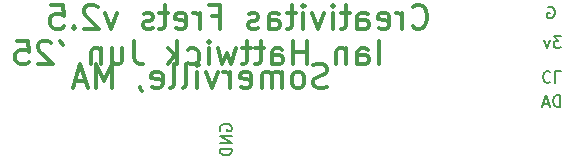
<source format=gbo>
G04 #@! TF.GenerationSoftware,KiCad,Pcbnew,8.0.7*
G04 #@! TF.CreationDate,2025-07-02T22:13:24-04:00*
G04 #@! TF.ProjectId,ESP32_MIDI_Summer25_FRETS_v2_5.kicad_pcb,45535033-325f-44d4-9944-495f53756d6d,rev?*
G04 #@! TF.SameCoordinates,Original*
G04 #@! TF.FileFunction,Legend,Bot*
G04 #@! TF.FilePolarity,Positive*
%FSLAX46Y46*%
G04 Gerber Fmt 4.6, Leading zero omitted, Abs format (unit mm)*
G04 Created by KiCad (PCBNEW 8.0.7) date 2025-07-02 22:13:24*
%MOMM*%
%LPD*%
G01*
G04 APERTURE LIST*
%ADD10C,0.150000*%
%ADD11C,0.300000*%
%ADD12C,11.000000*%
%ADD13C,6.800000*%
%ADD14C,3.200000*%
%ADD15R,1.700000X1.700000*%
%ADD16O,1.700000X1.700000*%
%ADD17C,1.700000*%
%ADD18C,4.300000*%
G04 APERTURE END LIST*
D10*
X284258458Y-47369819D02*
X283639411Y-47369819D01*
X283639411Y-47369819D02*
X283972744Y-47750771D01*
X283972744Y-47750771D02*
X283829887Y-47750771D01*
X283829887Y-47750771D02*
X283734649Y-47798390D01*
X283734649Y-47798390D02*
X283687030Y-47846009D01*
X283687030Y-47846009D02*
X283639411Y-47941247D01*
X283639411Y-47941247D02*
X283639411Y-48179342D01*
X283639411Y-48179342D02*
X283687030Y-48274580D01*
X283687030Y-48274580D02*
X283734649Y-48322200D01*
X283734649Y-48322200D02*
X283829887Y-48369819D01*
X283829887Y-48369819D02*
X284115601Y-48369819D01*
X284115601Y-48369819D02*
X284210839Y-48322200D01*
X284210839Y-48322200D02*
X284258458Y-48274580D01*
X283306077Y-47703152D02*
X283067982Y-48369819D01*
X283067982Y-48369819D02*
X282829887Y-47703152D01*
D11*
X268826441Y-49739638D02*
X268826441Y-47739638D01*
X267016917Y-49739638D02*
X267016917Y-48692019D01*
X267016917Y-48692019D02*
X267112155Y-48501542D01*
X267112155Y-48501542D02*
X267302631Y-48406304D01*
X267302631Y-48406304D02*
X267683584Y-48406304D01*
X267683584Y-48406304D02*
X267874060Y-48501542D01*
X267016917Y-49644400D02*
X267207393Y-49739638D01*
X267207393Y-49739638D02*
X267683584Y-49739638D01*
X267683584Y-49739638D02*
X267874060Y-49644400D01*
X267874060Y-49644400D02*
X267969298Y-49453923D01*
X267969298Y-49453923D02*
X267969298Y-49263447D01*
X267969298Y-49263447D02*
X267874060Y-49072971D01*
X267874060Y-49072971D02*
X267683584Y-48977733D01*
X267683584Y-48977733D02*
X267207393Y-48977733D01*
X267207393Y-48977733D02*
X267016917Y-48882495D01*
X266064536Y-48406304D02*
X266064536Y-49739638D01*
X266064536Y-48596780D02*
X265969298Y-48501542D01*
X265969298Y-48501542D02*
X265778822Y-48406304D01*
X265778822Y-48406304D02*
X265493107Y-48406304D01*
X265493107Y-48406304D02*
X265302631Y-48501542D01*
X265302631Y-48501542D02*
X265207393Y-48692019D01*
X265207393Y-48692019D02*
X265207393Y-49739638D01*
X262731202Y-49739638D02*
X262731202Y-47739638D01*
X262731202Y-48692019D02*
X261588345Y-48692019D01*
X261588345Y-49739638D02*
X261588345Y-47739638D01*
X259778821Y-49739638D02*
X259778821Y-48692019D01*
X259778821Y-48692019D02*
X259874059Y-48501542D01*
X259874059Y-48501542D02*
X260064535Y-48406304D01*
X260064535Y-48406304D02*
X260445488Y-48406304D01*
X260445488Y-48406304D02*
X260635964Y-48501542D01*
X259778821Y-49644400D02*
X259969297Y-49739638D01*
X259969297Y-49739638D02*
X260445488Y-49739638D01*
X260445488Y-49739638D02*
X260635964Y-49644400D01*
X260635964Y-49644400D02*
X260731202Y-49453923D01*
X260731202Y-49453923D02*
X260731202Y-49263447D01*
X260731202Y-49263447D02*
X260635964Y-49072971D01*
X260635964Y-49072971D02*
X260445488Y-48977733D01*
X260445488Y-48977733D02*
X259969297Y-48977733D01*
X259969297Y-48977733D02*
X259778821Y-48882495D01*
X259112154Y-48406304D02*
X258350250Y-48406304D01*
X258826440Y-47739638D02*
X258826440Y-49453923D01*
X258826440Y-49453923D02*
X258731202Y-49644400D01*
X258731202Y-49644400D02*
X258540726Y-49739638D01*
X258540726Y-49739638D02*
X258350250Y-49739638D01*
X257969297Y-48406304D02*
X257207393Y-48406304D01*
X257683583Y-47739638D02*
X257683583Y-49453923D01*
X257683583Y-49453923D02*
X257588345Y-49644400D01*
X257588345Y-49644400D02*
X257397869Y-49739638D01*
X257397869Y-49739638D02*
X257207393Y-49739638D01*
X256731202Y-48406304D02*
X256350250Y-49739638D01*
X256350250Y-49739638D02*
X255969297Y-48787257D01*
X255969297Y-48787257D02*
X255588345Y-49739638D01*
X255588345Y-49739638D02*
X255207393Y-48406304D01*
X254445488Y-49739638D02*
X254445488Y-48406304D01*
X254445488Y-47739638D02*
X254540726Y-47834876D01*
X254540726Y-47834876D02*
X254445488Y-47930114D01*
X254445488Y-47930114D02*
X254350250Y-47834876D01*
X254350250Y-47834876D02*
X254445488Y-47739638D01*
X254445488Y-47739638D02*
X254445488Y-47930114D01*
X252635964Y-49644400D02*
X252826440Y-49739638D01*
X252826440Y-49739638D02*
X253207393Y-49739638D01*
X253207393Y-49739638D02*
X253397869Y-49644400D01*
X253397869Y-49644400D02*
X253493107Y-49549161D01*
X253493107Y-49549161D02*
X253588345Y-49358685D01*
X253588345Y-49358685D02*
X253588345Y-48787257D01*
X253588345Y-48787257D02*
X253493107Y-48596780D01*
X253493107Y-48596780D02*
X253397869Y-48501542D01*
X253397869Y-48501542D02*
X253207393Y-48406304D01*
X253207393Y-48406304D02*
X252826440Y-48406304D01*
X252826440Y-48406304D02*
X252635964Y-48501542D01*
X251778821Y-49739638D02*
X251778821Y-47739638D01*
X251588345Y-48977733D02*
X251016916Y-49739638D01*
X251016916Y-48406304D02*
X251778821Y-49168209D01*
X248064534Y-47739638D02*
X248064534Y-49168209D01*
X248064534Y-49168209D02*
X248159773Y-49453923D01*
X248159773Y-49453923D02*
X248350249Y-49644400D01*
X248350249Y-49644400D02*
X248635963Y-49739638D01*
X248635963Y-49739638D02*
X248826439Y-49739638D01*
X246255010Y-48406304D02*
X246255010Y-49739638D01*
X247112153Y-48406304D02*
X247112153Y-49453923D01*
X247112153Y-49453923D02*
X247016915Y-49644400D01*
X247016915Y-49644400D02*
X246826439Y-49739638D01*
X246826439Y-49739638D02*
X246540724Y-49739638D01*
X246540724Y-49739638D02*
X246350248Y-49644400D01*
X246350248Y-49644400D02*
X246255010Y-49549161D01*
X245302629Y-48406304D02*
X245302629Y-49739638D01*
X245302629Y-48596780D02*
X245207391Y-48501542D01*
X245207391Y-48501542D02*
X245016915Y-48406304D01*
X245016915Y-48406304D02*
X244731200Y-48406304D01*
X244731200Y-48406304D02*
X244540724Y-48501542D01*
X244540724Y-48501542D02*
X244445486Y-48692019D01*
X244445486Y-48692019D02*
X244445486Y-49739638D01*
X241874057Y-47739638D02*
X242064533Y-48120590D01*
X241112152Y-47930114D02*
X241016914Y-47834876D01*
X241016914Y-47834876D02*
X240826438Y-47739638D01*
X240826438Y-47739638D02*
X240350247Y-47739638D01*
X240350247Y-47739638D02*
X240159771Y-47834876D01*
X240159771Y-47834876D02*
X240064533Y-47930114D01*
X240064533Y-47930114D02*
X239969295Y-48120590D01*
X239969295Y-48120590D02*
X239969295Y-48311066D01*
X239969295Y-48311066D02*
X240064533Y-48596780D01*
X240064533Y-48596780D02*
X241207390Y-49739638D01*
X241207390Y-49739638D02*
X239969295Y-49739638D01*
X238159771Y-47739638D02*
X239112152Y-47739638D01*
X239112152Y-47739638D02*
X239207390Y-48692019D01*
X239207390Y-48692019D02*
X239112152Y-48596780D01*
X239112152Y-48596780D02*
X238921676Y-48501542D01*
X238921676Y-48501542D02*
X238445485Y-48501542D01*
X238445485Y-48501542D02*
X238255009Y-48596780D01*
X238255009Y-48596780D02*
X238159771Y-48692019D01*
X238159771Y-48692019D02*
X238064533Y-48882495D01*
X238064533Y-48882495D02*
X238064533Y-49358685D01*
X238064533Y-49358685D02*
X238159771Y-49549161D01*
X238159771Y-49549161D02*
X238255009Y-49644400D01*
X238255009Y-49644400D02*
X238445485Y-49739638D01*
X238445485Y-49739638D02*
X238921676Y-49739638D01*
X238921676Y-49739638D02*
X239112152Y-49644400D01*
X239112152Y-49644400D02*
X239207390Y-49549161D01*
X264421679Y-51644400D02*
X264135965Y-51739638D01*
X264135965Y-51739638D02*
X263659774Y-51739638D01*
X263659774Y-51739638D02*
X263469298Y-51644400D01*
X263469298Y-51644400D02*
X263374060Y-51549161D01*
X263374060Y-51549161D02*
X263278822Y-51358685D01*
X263278822Y-51358685D02*
X263278822Y-51168209D01*
X263278822Y-51168209D02*
X263374060Y-50977733D01*
X263374060Y-50977733D02*
X263469298Y-50882495D01*
X263469298Y-50882495D02*
X263659774Y-50787257D01*
X263659774Y-50787257D02*
X264040727Y-50692019D01*
X264040727Y-50692019D02*
X264231203Y-50596780D01*
X264231203Y-50596780D02*
X264326441Y-50501542D01*
X264326441Y-50501542D02*
X264421679Y-50311066D01*
X264421679Y-50311066D02*
X264421679Y-50120590D01*
X264421679Y-50120590D02*
X264326441Y-49930114D01*
X264326441Y-49930114D02*
X264231203Y-49834876D01*
X264231203Y-49834876D02*
X264040727Y-49739638D01*
X264040727Y-49739638D02*
X263564536Y-49739638D01*
X263564536Y-49739638D02*
X263278822Y-49834876D01*
X262135965Y-51739638D02*
X262326441Y-51644400D01*
X262326441Y-51644400D02*
X262421679Y-51549161D01*
X262421679Y-51549161D02*
X262516917Y-51358685D01*
X262516917Y-51358685D02*
X262516917Y-50787257D01*
X262516917Y-50787257D02*
X262421679Y-50596780D01*
X262421679Y-50596780D02*
X262326441Y-50501542D01*
X262326441Y-50501542D02*
X262135965Y-50406304D01*
X262135965Y-50406304D02*
X261850250Y-50406304D01*
X261850250Y-50406304D02*
X261659774Y-50501542D01*
X261659774Y-50501542D02*
X261564536Y-50596780D01*
X261564536Y-50596780D02*
X261469298Y-50787257D01*
X261469298Y-50787257D02*
X261469298Y-51358685D01*
X261469298Y-51358685D02*
X261564536Y-51549161D01*
X261564536Y-51549161D02*
X261659774Y-51644400D01*
X261659774Y-51644400D02*
X261850250Y-51739638D01*
X261850250Y-51739638D02*
X262135965Y-51739638D01*
X260612155Y-51739638D02*
X260612155Y-50406304D01*
X260612155Y-50596780D02*
X260516917Y-50501542D01*
X260516917Y-50501542D02*
X260326441Y-50406304D01*
X260326441Y-50406304D02*
X260040726Y-50406304D01*
X260040726Y-50406304D02*
X259850250Y-50501542D01*
X259850250Y-50501542D02*
X259755012Y-50692019D01*
X259755012Y-50692019D02*
X259755012Y-51739638D01*
X259755012Y-50692019D02*
X259659774Y-50501542D01*
X259659774Y-50501542D02*
X259469298Y-50406304D01*
X259469298Y-50406304D02*
X259183584Y-50406304D01*
X259183584Y-50406304D02*
X258993107Y-50501542D01*
X258993107Y-50501542D02*
X258897869Y-50692019D01*
X258897869Y-50692019D02*
X258897869Y-51739638D01*
X257183583Y-51644400D02*
X257374059Y-51739638D01*
X257374059Y-51739638D02*
X257755012Y-51739638D01*
X257755012Y-51739638D02*
X257945488Y-51644400D01*
X257945488Y-51644400D02*
X258040726Y-51453923D01*
X258040726Y-51453923D02*
X258040726Y-50692019D01*
X258040726Y-50692019D02*
X257945488Y-50501542D01*
X257945488Y-50501542D02*
X257755012Y-50406304D01*
X257755012Y-50406304D02*
X257374059Y-50406304D01*
X257374059Y-50406304D02*
X257183583Y-50501542D01*
X257183583Y-50501542D02*
X257088345Y-50692019D01*
X257088345Y-50692019D02*
X257088345Y-50882495D01*
X257088345Y-50882495D02*
X258040726Y-51072971D01*
X256231202Y-51739638D02*
X256231202Y-50406304D01*
X256231202Y-50787257D02*
X256135964Y-50596780D01*
X256135964Y-50596780D02*
X256040726Y-50501542D01*
X256040726Y-50501542D02*
X255850250Y-50406304D01*
X255850250Y-50406304D02*
X255659773Y-50406304D01*
X255183583Y-50406304D02*
X254707393Y-51739638D01*
X254707393Y-51739638D02*
X254231202Y-50406304D01*
X253469297Y-51739638D02*
X253469297Y-50406304D01*
X253469297Y-49739638D02*
X253564535Y-49834876D01*
X253564535Y-49834876D02*
X253469297Y-49930114D01*
X253469297Y-49930114D02*
X253374059Y-49834876D01*
X253374059Y-49834876D02*
X253469297Y-49739638D01*
X253469297Y-49739638D02*
X253469297Y-49930114D01*
X252231202Y-51739638D02*
X252421678Y-51644400D01*
X252421678Y-51644400D02*
X252516916Y-51453923D01*
X252516916Y-51453923D02*
X252516916Y-49739638D01*
X251183583Y-51739638D02*
X251374059Y-51644400D01*
X251374059Y-51644400D02*
X251469297Y-51453923D01*
X251469297Y-51453923D02*
X251469297Y-49739638D01*
X249659773Y-51644400D02*
X249850249Y-51739638D01*
X249850249Y-51739638D02*
X250231202Y-51739638D01*
X250231202Y-51739638D02*
X250421678Y-51644400D01*
X250421678Y-51644400D02*
X250516916Y-51453923D01*
X250516916Y-51453923D02*
X250516916Y-50692019D01*
X250516916Y-50692019D02*
X250421678Y-50501542D01*
X250421678Y-50501542D02*
X250231202Y-50406304D01*
X250231202Y-50406304D02*
X249850249Y-50406304D01*
X249850249Y-50406304D02*
X249659773Y-50501542D01*
X249659773Y-50501542D02*
X249564535Y-50692019D01*
X249564535Y-50692019D02*
X249564535Y-50882495D01*
X249564535Y-50882495D02*
X250516916Y-51072971D01*
X248612154Y-51644400D02*
X248612154Y-51739638D01*
X248612154Y-51739638D02*
X248707392Y-51930114D01*
X248707392Y-51930114D02*
X248802630Y-52025352D01*
X246231201Y-51739638D02*
X246231201Y-49739638D01*
X246231201Y-49739638D02*
X245564534Y-51168209D01*
X245564534Y-51168209D02*
X244897868Y-49739638D01*
X244897868Y-49739638D02*
X244897868Y-51739638D01*
X244040725Y-51168209D02*
X243088344Y-51168209D01*
X244231201Y-51739638D02*
X243564535Y-49739638D01*
X243564535Y-49739638D02*
X242897868Y-51739638D01*
D10*
X283139411Y-44917438D02*
X283234649Y-44869819D01*
X283234649Y-44869819D02*
X283377506Y-44869819D01*
X283377506Y-44869819D02*
X283520363Y-44917438D01*
X283520363Y-44917438D02*
X283615601Y-45012676D01*
X283615601Y-45012676D02*
X283663220Y-45107914D01*
X283663220Y-45107914D02*
X283710839Y-45298390D01*
X283710839Y-45298390D02*
X283710839Y-45441247D01*
X283710839Y-45441247D02*
X283663220Y-45631723D01*
X283663220Y-45631723D02*
X283615601Y-45726961D01*
X283615601Y-45726961D02*
X283520363Y-45822200D01*
X283520363Y-45822200D02*
X283377506Y-45869819D01*
X283377506Y-45869819D02*
X283282268Y-45869819D01*
X283282268Y-45869819D02*
X283139411Y-45822200D01*
X283139411Y-45822200D02*
X283091792Y-45774580D01*
X283091792Y-45774580D02*
X283091792Y-45441247D01*
X283091792Y-45441247D02*
X283282268Y-45441247D01*
X255417438Y-55360588D02*
X255369819Y-55265350D01*
X255369819Y-55265350D02*
X255369819Y-55122493D01*
X255369819Y-55122493D02*
X255417438Y-54979636D01*
X255417438Y-54979636D02*
X255512676Y-54884398D01*
X255512676Y-54884398D02*
X255607914Y-54836779D01*
X255607914Y-54836779D02*
X255798390Y-54789160D01*
X255798390Y-54789160D02*
X255941247Y-54789160D01*
X255941247Y-54789160D02*
X256131723Y-54836779D01*
X256131723Y-54836779D02*
X256226961Y-54884398D01*
X256226961Y-54884398D02*
X256322200Y-54979636D01*
X256322200Y-54979636D02*
X256369819Y-55122493D01*
X256369819Y-55122493D02*
X256369819Y-55217731D01*
X256369819Y-55217731D02*
X256322200Y-55360588D01*
X256322200Y-55360588D02*
X256274580Y-55408207D01*
X256274580Y-55408207D02*
X255941247Y-55408207D01*
X255941247Y-55408207D02*
X255941247Y-55217731D01*
X256369819Y-55836779D02*
X255369819Y-55836779D01*
X255369819Y-55836779D02*
X256369819Y-56408207D01*
X256369819Y-56408207D02*
X255369819Y-56408207D01*
X256369819Y-56884398D02*
X255369819Y-56884398D01*
X255369819Y-56884398D02*
X255369819Y-57122493D01*
X255369819Y-57122493D02*
X255417438Y-57265350D01*
X255417438Y-57265350D02*
X255512676Y-57360588D01*
X255512676Y-57360588D02*
X255607914Y-57408207D01*
X255607914Y-57408207D02*
X255798390Y-57455826D01*
X255798390Y-57455826D02*
X255941247Y-57455826D01*
X255941247Y-57455826D02*
X256131723Y-57408207D01*
X256131723Y-57408207D02*
X256226961Y-57360588D01*
X256226961Y-57360588D02*
X256322200Y-57265350D01*
X256322200Y-57265350D02*
X256369819Y-57122493D01*
X256369819Y-57122493D02*
X256369819Y-56884398D01*
D11*
X271683584Y-46549161D02*
X271778822Y-46644400D01*
X271778822Y-46644400D02*
X272064536Y-46739638D01*
X272064536Y-46739638D02*
X272255012Y-46739638D01*
X272255012Y-46739638D02*
X272540727Y-46644400D01*
X272540727Y-46644400D02*
X272731203Y-46453923D01*
X272731203Y-46453923D02*
X272826441Y-46263447D01*
X272826441Y-46263447D02*
X272921679Y-45882495D01*
X272921679Y-45882495D02*
X272921679Y-45596780D01*
X272921679Y-45596780D02*
X272826441Y-45215828D01*
X272826441Y-45215828D02*
X272731203Y-45025352D01*
X272731203Y-45025352D02*
X272540727Y-44834876D01*
X272540727Y-44834876D02*
X272255012Y-44739638D01*
X272255012Y-44739638D02*
X272064536Y-44739638D01*
X272064536Y-44739638D02*
X271778822Y-44834876D01*
X271778822Y-44834876D02*
X271683584Y-44930114D01*
X270826441Y-46739638D02*
X270826441Y-45406304D01*
X270826441Y-45787257D02*
X270731203Y-45596780D01*
X270731203Y-45596780D02*
X270635965Y-45501542D01*
X270635965Y-45501542D02*
X270445489Y-45406304D01*
X270445489Y-45406304D02*
X270255012Y-45406304D01*
X268826441Y-46644400D02*
X269016917Y-46739638D01*
X269016917Y-46739638D02*
X269397870Y-46739638D01*
X269397870Y-46739638D02*
X269588346Y-46644400D01*
X269588346Y-46644400D02*
X269683584Y-46453923D01*
X269683584Y-46453923D02*
X269683584Y-45692019D01*
X269683584Y-45692019D02*
X269588346Y-45501542D01*
X269588346Y-45501542D02*
X269397870Y-45406304D01*
X269397870Y-45406304D02*
X269016917Y-45406304D01*
X269016917Y-45406304D02*
X268826441Y-45501542D01*
X268826441Y-45501542D02*
X268731203Y-45692019D01*
X268731203Y-45692019D02*
X268731203Y-45882495D01*
X268731203Y-45882495D02*
X269683584Y-46072971D01*
X267016917Y-46739638D02*
X267016917Y-45692019D01*
X267016917Y-45692019D02*
X267112155Y-45501542D01*
X267112155Y-45501542D02*
X267302631Y-45406304D01*
X267302631Y-45406304D02*
X267683584Y-45406304D01*
X267683584Y-45406304D02*
X267874060Y-45501542D01*
X267016917Y-46644400D02*
X267207393Y-46739638D01*
X267207393Y-46739638D02*
X267683584Y-46739638D01*
X267683584Y-46739638D02*
X267874060Y-46644400D01*
X267874060Y-46644400D02*
X267969298Y-46453923D01*
X267969298Y-46453923D02*
X267969298Y-46263447D01*
X267969298Y-46263447D02*
X267874060Y-46072971D01*
X267874060Y-46072971D02*
X267683584Y-45977733D01*
X267683584Y-45977733D02*
X267207393Y-45977733D01*
X267207393Y-45977733D02*
X267016917Y-45882495D01*
X266350250Y-45406304D02*
X265588346Y-45406304D01*
X266064536Y-44739638D02*
X266064536Y-46453923D01*
X266064536Y-46453923D02*
X265969298Y-46644400D01*
X265969298Y-46644400D02*
X265778822Y-46739638D01*
X265778822Y-46739638D02*
X265588346Y-46739638D01*
X264921679Y-46739638D02*
X264921679Y-45406304D01*
X264921679Y-44739638D02*
X265016917Y-44834876D01*
X265016917Y-44834876D02*
X264921679Y-44930114D01*
X264921679Y-44930114D02*
X264826441Y-44834876D01*
X264826441Y-44834876D02*
X264921679Y-44739638D01*
X264921679Y-44739638D02*
X264921679Y-44930114D01*
X264159774Y-45406304D02*
X263683584Y-46739638D01*
X263683584Y-46739638D02*
X263207393Y-45406304D01*
X262445488Y-46739638D02*
X262445488Y-45406304D01*
X262445488Y-44739638D02*
X262540726Y-44834876D01*
X262540726Y-44834876D02*
X262445488Y-44930114D01*
X262445488Y-44930114D02*
X262350250Y-44834876D01*
X262350250Y-44834876D02*
X262445488Y-44739638D01*
X262445488Y-44739638D02*
X262445488Y-44930114D01*
X261778821Y-45406304D02*
X261016917Y-45406304D01*
X261493107Y-44739638D02*
X261493107Y-46453923D01*
X261493107Y-46453923D02*
X261397869Y-46644400D01*
X261397869Y-46644400D02*
X261207393Y-46739638D01*
X261207393Y-46739638D02*
X261016917Y-46739638D01*
X259493107Y-46739638D02*
X259493107Y-45692019D01*
X259493107Y-45692019D02*
X259588345Y-45501542D01*
X259588345Y-45501542D02*
X259778821Y-45406304D01*
X259778821Y-45406304D02*
X260159774Y-45406304D01*
X260159774Y-45406304D02*
X260350250Y-45501542D01*
X259493107Y-46644400D02*
X259683583Y-46739638D01*
X259683583Y-46739638D02*
X260159774Y-46739638D01*
X260159774Y-46739638D02*
X260350250Y-46644400D01*
X260350250Y-46644400D02*
X260445488Y-46453923D01*
X260445488Y-46453923D02*
X260445488Y-46263447D01*
X260445488Y-46263447D02*
X260350250Y-46072971D01*
X260350250Y-46072971D02*
X260159774Y-45977733D01*
X260159774Y-45977733D02*
X259683583Y-45977733D01*
X259683583Y-45977733D02*
X259493107Y-45882495D01*
X258635964Y-46644400D02*
X258445488Y-46739638D01*
X258445488Y-46739638D02*
X258064536Y-46739638D01*
X258064536Y-46739638D02*
X257874059Y-46644400D01*
X257874059Y-46644400D02*
X257778821Y-46453923D01*
X257778821Y-46453923D02*
X257778821Y-46358685D01*
X257778821Y-46358685D02*
X257874059Y-46168209D01*
X257874059Y-46168209D02*
X258064536Y-46072971D01*
X258064536Y-46072971D02*
X258350250Y-46072971D01*
X258350250Y-46072971D02*
X258540726Y-45977733D01*
X258540726Y-45977733D02*
X258635964Y-45787257D01*
X258635964Y-45787257D02*
X258635964Y-45692019D01*
X258635964Y-45692019D02*
X258540726Y-45501542D01*
X258540726Y-45501542D02*
X258350250Y-45406304D01*
X258350250Y-45406304D02*
X258064536Y-45406304D01*
X258064536Y-45406304D02*
X257874059Y-45501542D01*
X254731201Y-45692019D02*
X255397868Y-45692019D01*
X255397868Y-46739638D02*
X255397868Y-44739638D01*
X255397868Y-44739638D02*
X254445487Y-44739638D01*
X253683582Y-46739638D02*
X253683582Y-45406304D01*
X253683582Y-45787257D02*
X253588344Y-45596780D01*
X253588344Y-45596780D02*
X253493106Y-45501542D01*
X253493106Y-45501542D02*
X253302630Y-45406304D01*
X253302630Y-45406304D02*
X253112153Y-45406304D01*
X251683582Y-46644400D02*
X251874058Y-46739638D01*
X251874058Y-46739638D02*
X252255011Y-46739638D01*
X252255011Y-46739638D02*
X252445487Y-46644400D01*
X252445487Y-46644400D02*
X252540725Y-46453923D01*
X252540725Y-46453923D02*
X252540725Y-45692019D01*
X252540725Y-45692019D02*
X252445487Y-45501542D01*
X252445487Y-45501542D02*
X252255011Y-45406304D01*
X252255011Y-45406304D02*
X251874058Y-45406304D01*
X251874058Y-45406304D02*
X251683582Y-45501542D01*
X251683582Y-45501542D02*
X251588344Y-45692019D01*
X251588344Y-45692019D02*
X251588344Y-45882495D01*
X251588344Y-45882495D02*
X252540725Y-46072971D01*
X251016915Y-45406304D02*
X250255011Y-45406304D01*
X250731201Y-44739638D02*
X250731201Y-46453923D01*
X250731201Y-46453923D02*
X250635963Y-46644400D01*
X250635963Y-46644400D02*
X250445487Y-46739638D01*
X250445487Y-46739638D02*
X250255011Y-46739638D01*
X249683582Y-46644400D02*
X249493106Y-46739638D01*
X249493106Y-46739638D02*
X249112154Y-46739638D01*
X249112154Y-46739638D02*
X248921677Y-46644400D01*
X248921677Y-46644400D02*
X248826439Y-46453923D01*
X248826439Y-46453923D02*
X248826439Y-46358685D01*
X248826439Y-46358685D02*
X248921677Y-46168209D01*
X248921677Y-46168209D02*
X249112154Y-46072971D01*
X249112154Y-46072971D02*
X249397868Y-46072971D01*
X249397868Y-46072971D02*
X249588344Y-45977733D01*
X249588344Y-45977733D02*
X249683582Y-45787257D01*
X249683582Y-45787257D02*
X249683582Y-45692019D01*
X249683582Y-45692019D02*
X249588344Y-45501542D01*
X249588344Y-45501542D02*
X249397868Y-45406304D01*
X249397868Y-45406304D02*
X249112154Y-45406304D01*
X249112154Y-45406304D02*
X248921677Y-45501542D01*
X246635962Y-45406304D02*
X246159772Y-46739638D01*
X246159772Y-46739638D02*
X245683581Y-45406304D01*
X245016914Y-44930114D02*
X244921676Y-44834876D01*
X244921676Y-44834876D02*
X244731200Y-44739638D01*
X244731200Y-44739638D02*
X244255009Y-44739638D01*
X244255009Y-44739638D02*
X244064533Y-44834876D01*
X244064533Y-44834876D02*
X243969295Y-44930114D01*
X243969295Y-44930114D02*
X243874057Y-45120590D01*
X243874057Y-45120590D02*
X243874057Y-45311066D01*
X243874057Y-45311066D02*
X243969295Y-45596780D01*
X243969295Y-45596780D02*
X245112152Y-46739638D01*
X245112152Y-46739638D02*
X243874057Y-46739638D01*
X243016914Y-46549161D02*
X242921676Y-46644400D01*
X242921676Y-46644400D02*
X243016914Y-46739638D01*
X243016914Y-46739638D02*
X243112152Y-46644400D01*
X243112152Y-46644400D02*
X243016914Y-46549161D01*
X243016914Y-46549161D02*
X243016914Y-46739638D01*
X241112152Y-44739638D02*
X242064533Y-44739638D01*
X242064533Y-44739638D02*
X242159771Y-45692019D01*
X242159771Y-45692019D02*
X242064533Y-45596780D01*
X242064533Y-45596780D02*
X241874057Y-45501542D01*
X241874057Y-45501542D02*
X241397866Y-45501542D01*
X241397866Y-45501542D02*
X241207390Y-45596780D01*
X241207390Y-45596780D02*
X241112152Y-45692019D01*
X241112152Y-45692019D02*
X241016914Y-45882495D01*
X241016914Y-45882495D02*
X241016914Y-46358685D01*
X241016914Y-46358685D02*
X241112152Y-46549161D01*
X241112152Y-46549161D02*
X241207390Y-46644400D01*
X241207390Y-46644400D02*
X241397866Y-46739638D01*
X241397866Y-46739638D02*
X241874057Y-46739638D01*
X241874057Y-46739638D02*
X242064533Y-46644400D01*
X242064533Y-46644400D02*
X242159771Y-46549161D01*
D10*
X283348207Y-50425419D02*
X283300588Y-50377800D01*
X283300588Y-50377800D02*
X283157731Y-50330180D01*
X283157731Y-50330180D02*
X283062493Y-50330180D01*
X283062493Y-50330180D02*
X282919636Y-50377800D01*
X282919636Y-50377800D02*
X282824398Y-50473038D01*
X282824398Y-50473038D02*
X282776779Y-50568276D01*
X282776779Y-50568276D02*
X282729160Y-50758752D01*
X282729160Y-50758752D02*
X282729160Y-50901609D01*
X282729160Y-50901609D02*
X282776779Y-51092085D01*
X282776779Y-51092085D02*
X282824398Y-51187323D01*
X282824398Y-51187323D02*
X282919636Y-51282561D01*
X282919636Y-51282561D02*
X283062493Y-51330180D01*
X283062493Y-51330180D02*
X283157731Y-51330180D01*
X283157731Y-51330180D02*
X283300588Y-51282561D01*
X283300588Y-51282561D02*
X283348207Y-51234942D01*
X284252969Y-50330180D02*
X283776779Y-50330180D01*
X283776779Y-50330180D02*
X283776779Y-51330180D01*
X284163220Y-53369819D02*
X284163220Y-52369819D01*
X284163220Y-52369819D02*
X283925125Y-52369819D01*
X283925125Y-52369819D02*
X283782268Y-52417438D01*
X283782268Y-52417438D02*
X283687030Y-52512676D01*
X283687030Y-52512676D02*
X283639411Y-52607914D01*
X283639411Y-52607914D02*
X283591792Y-52798390D01*
X283591792Y-52798390D02*
X283591792Y-52941247D01*
X283591792Y-52941247D02*
X283639411Y-53131723D01*
X283639411Y-53131723D02*
X283687030Y-53226961D01*
X283687030Y-53226961D02*
X283782268Y-53322200D01*
X283782268Y-53322200D02*
X283925125Y-53369819D01*
X283925125Y-53369819D02*
X284163220Y-53369819D01*
X283210839Y-53084104D02*
X282734649Y-53084104D01*
X283306077Y-53369819D02*
X282972744Y-52369819D01*
X282972744Y-52369819D02*
X282639411Y-53369819D01*
%LPC*%
D12*
X207500000Y-55000000D03*
D13*
X207500000Y-55000000D03*
D12*
X221500000Y-45000000D03*
D13*
X221500000Y-45000000D03*
D12*
X95500000Y-55000000D03*
D13*
X95500000Y-55000000D03*
D12*
X123500000Y-55000000D03*
D13*
X123500000Y-55000000D03*
D12*
X235500000Y-55500000D03*
D13*
X235500000Y-55500000D03*
D14*
X281000000Y-40000000D03*
D12*
X165500000Y-45000000D03*
D13*
X165500000Y-45000000D03*
D12*
X179500000Y-55000000D03*
D13*
X179500000Y-55000000D03*
D15*
X281000000Y-45500000D03*
D16*
X281000000Y-48040000D03*
X281000000Y-50580000D03*
X281000000Y-53120000D03*
D17*
X243030000Y-41110000D03*
X245570000Y-41110000D03*
X248110000Y-41110000D03*
X250650000Y-41110000D03*
X253190000Y-41110000D03*
X255730000Y-41110000D03*
X258270000Y-41110000D03*
X260810000Y-41110000D03*
X263350000Y-41110000D03*
X265890000Y-41110000D03*
X268430000Y-41110000D03*
X270970000Y-41110000D03*
X263350000Y-58890000D03*
X260810000Y-58890000D03*
X258270000Y-58890000D03*
X255730000Y-58890000D03*
X253190000Y-58890000D03*
X250650000Y-58890000D03*
D12*
X137500000Y-45000000D03*
D13*
X137500000Y-45000000D03*
D12*
X193500000Y-45000000D03*
D13*
X193500000Y-45000000D03*
D12*
X151500000Y-55000000D03*
D13*
X151500000Y-55000000D03*
D12*
X81500000Y-45000000D03*
D13*
X81500000Y-45000000D03*
D18*
X109000000Y-59000000D03*
D13*
X109500000Y-46000000D03*
D12*
X109500000Y-46000000D03*
D14*
X281000000Y-59000000D03*
D18*
X150500000Y-40000000D03*
%LPD*%
M02*

</source>
